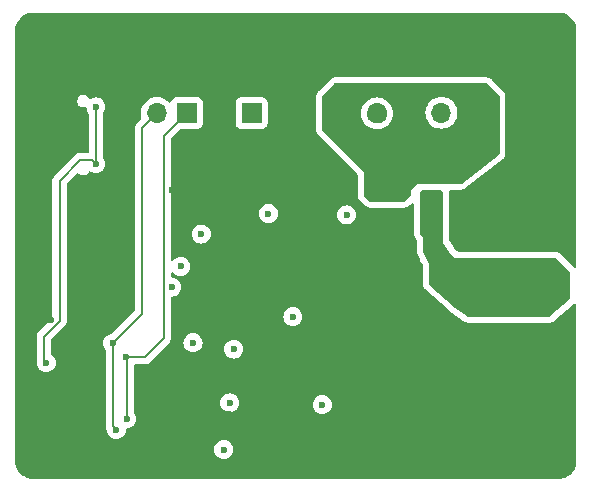
<source format=gbr>
%TF.GenerationSoftware,KiCad,Pcbnew,8.0.1*%
%TF.CreationDate,2024-06-13T11:44:25+10:00*%
%TF.ProjectId,CLD,434c442e-6b69-4636-9164-5f7063625858,rev?*%
%TF.SameCoordinates,Original*%
%TF.FileFunction,Copper,L4,Bot*%
%TF.FilePolarity,Positive*%
%FSLAX46Y46*%
G04 Gerber Fmt 4.6, Leading zero omitted, Abs format (unit mm)*
G04 Created by KiCad (PCBNEW 8.0.1) date 2024-06-13 11:44:25*
%MOMM*%
%LPD*%
G01*
G04 APERTURE LIST*
%TA.AperFunction,ComponentPad*%
%ADD10R,1.700000X1.700000*%
%TD*%
%TA.AperFunction,ComponentPad*%
%ADD11O,1.700000X1.700000*%
%TD*%
%TA.AperFunction,ComponentPad*%
%ADD12O,2.100000X1.000000*%
%TD*%
%TA.AperFunction,ComponentPad*%
%ADD13O,1.800000X1.000000*%
%TD*%
%TA.AperFunction,ViaPad*%
%ADD14C,0.600000*%
%TD*%
%TA.AperFunction,ViaPad*%
%ADD15C,4.500000*%
%TD*%
%TA.AperFunction,Conductor*%
%ADD16C,0.200000*%
%TD*%
G04 APERTURE END LIST*
D10*
%TO.P,J3,1,Pin_1*%
%TO.N,+5V*%
X91008333Y-51512500D03*
D11*
%TO.P,J3,2,Pin_2*%
%TO.N,GND*%
X93548333Y-51512500D03*
%TD*%
D12*
%TO.P,J6,S1,SHIELD*%
%TO.N,GND*%
X77250000Y-49070000D03*
D13*
X73070000Y-49070000D03*
D12*
X77250000Y-57710000D03*
D13*
X73070000Y-57710000D03*
%TD*%
D10*
%TO.P,J4,1,Pin_1*%
%TO.N,/Can_H*%
X85525000Y-51500000D03*
D11*
%TO.P,J4,2,Pin_2*%
%TO.N,/Can_L*%
X82985000Y-51500000D03*
%TD*%
D10*
%TO.P,J1,1,Pin_1*%
%TO.N,VDD*%
X109624999Y-51475000D03*
D11*
%TO.P,J1,2,Pin_2*%
%TO.N,Net-(J1-Pin_2)*%
X107084999Y-51475000D03*
%TD*%
D10*
%TO.P,J2,1,Pin_1*%
%TO.N,VDD*%
X99091666Y-51537500D03*
D11*
%TO.P,J2,2,Pin_2*%
%TO.N,GND*%
X101631666Y-51537500D03*
%TD*%
D14*
%TO.N,GND*%
X72000000Y-53750000D03*
X75250000Y-53500000D03*
X72000000Y-50750000D03*
X73750000Y-52000000D03*
X72000000Y-71250000D03*
X72250000Y-62500000D03*
X72250000Y-66250000D03*
X103000000Y-81000000D03*
%TO.N,+3.3V*%
X89150000Y-76050000D03*
X88650000Y-80000000D03*
X97000000Y-76200000D03*
%TO.N,GND*%
X104250000Y-60000000D03*
X85875000Y-77000000D03*
X101250000Y-73500000D03*
X106500000Y-73000000D03*
D15*
X116250000Y-45500000D03*
D14*
X115500000Y-60000000D03*
X85250000Y-74500000D03*
X88125000Y-77000000D03*
X95000000Y-58250000D03*
X117000000Y-62500000D03*
X117000000Y-58000000D03*
X103000000Y-74500000D03*
X80250000Y-65500000D03*
X93093324Y-72530330D03*
X98000000Y-73750000D03*
X74000000Y-69000000D03*
X104250000Y-61500000D03*
D15*
X73250000Y-45500000D03*
D14*
X106500000Y-68750000D03*
X82922785Y-79828966D03*
X96000000Y-48500000D03*
X117250000Y-48500000D03*
X102750000Y-60000000D03*
X106500000Y-71500000D03*
X107575000Y-76000000D03*
X89000000Y-67500000D03*
X87500000Y-66000000D03*
X102500000Y-63500000D03*
X118000000Y-68750000D03*
X80000000Y-48500000D03*
X91250000Y-71750000D03*
X83750000Y-78000000D03*
X96500000Y-56250000D03*
X97406676Y-71469670D03*
X77000000Y-69500000D03*
X89500000Y-57500000D03*
X101500000Y-62500000D03*
X89125000Y-77000000D03*
X88000000Y-48500000D03*
X74500000Y-49000000D03*
X90750000Y-57500000D03*
X86875000Y-77000000D03*
X92000000Y-67000000D03*
X91500000Y-81750000D03*
X110500000Y-81000000D03*
X87125000Y-80000000D03*
X106500000Y-70250000D03*
X92000000Y-65000000D03*
X96750000Y-80750000D03*
X93000000Y-66000000D03*
X103500000Y-63500000D03*
X110500000Y-45000000D03*
X76000000Y-58000000D03*
X118000000Y-74750000D03*
X88625000Y-74000000D03*
X82250000Y-74000000D03*
X110750000Y-75750000D03*
D15*
X116250000Y-80000000D03*
D14*
X76500000Y-44000000D03*
X78500000Y-49000000D03*
X80250000Y-64250000D03*
X100500000Y-61500000D03*
X88125000Y-75000000D03*
X95750000Y-57500000D03*
X104500000Y-73750000D03*
X92201992Y-74951992D03*
X80000000Y-58000000D03*
X89500000Y-65000000D03*
X85000000Y-72000000D03*
X76250000Y-64250000D03*
X84250000Y-58000000D03*
X82000000Y-45000000D03*
X74250000Y-76250000D03*
X104500000Y-72500000D03*
X76500000Y-82000000D03*
X78250000Y-74750000D03*
X108750000Y-75750000D03*
X103500000Y-60750000D03*
D15*
X73250000Y-80000000D03*
D14*
X77000000Y-74000000D03*
X99000000Y-56250000D03*
%TO.N,+3.3V*%
X92438128Y-60021313D03*
X86048008Y-70951992D03*
X94500000Y-68750000D03*
X84250000Y-66250000D03*
X99050001Y-60137500D03*
X85000000Y-64500000D03*
X86750000Y-61750000D03*
X89500000Y-71500000D03*
%TO.N,VDD*%
X100949999Y-57862500D03*
%TO.N,+5V*%
X73624011Y-72646169D03*
X77825000Y-50990000D03*
X77825000Y-55790000D03*
%TO.N,/Can_L*%
X79551076Y-78301076D03*
X79250000Y-71000000D03*
%TO.N,/Can_H*%
X80449102Y-77403050D03*
X80333363Y-72185337D03*
%TO.N,Net-(L1-Pad1)*%
X106000000Y-58750000D03*
X111750000Y-66750000D03*
X109750000Y-65500000D03*
X106000000Y-61250000D03*
X115750000Y-66750000D03*
X113750000Y-66750000D03*
X109750000Y-66750000D03*
X113750000Y-65500000D03*
X115750000Y-65500000D03*
X106000000Y-60000000D03*
X111750000Y-65500000D03*
%TD*%
D16*
%TO.N,+5V*%
X73624011Y-72646169D02*
X73400000Y-72422158D01*
X73400000Y-70448529D02*
X74750000Y-69098529D01*
X73400000Y-72422158D02*
X73400000Y-70448529D01*
X77525001Y-55490001D02*
X77825000Y-55790000D01*
X74750000Y-69098529D02*
X74750000Y-57250000D01*
X77825000Y-50990000D02*
X77825000Y-55790000D01*
X76509999Y-55490001D02*
X77525001Y-55490001D01*
X74750000Y-57250000D02*
X76509999Y-55490001D01*
%TO.N,/Can_L*%
X79551076Y-78301076D02*
X79250000Y-78000000D01*
X79250000Y-71000000D02*
X81750000Y-68500000D01*
X81750000Y-68500000D02*
X81750000Y-52735000D01*
X79250000Y-78000000D02*
X79250000Y-71000000D01*
X81750000Y-52735000D02*
X82985000Y-51500000D01*
X82416637Y-52068363D02*
X82985000Y-51500000D01*
%TO.N,/Can_H*%
X80398026Y-72250000D02*
X80500000Y-72250000D01*
X80449102Y-77403050D02*
X80449102Y-72301076D01*
X83583363Y-70583363D02*
X83583363Y-53441637D01*
X81981389Y-72185337D02*
X83583363Y-70583363D01*
X80333363Y-72185337D02*
X81981389Y-72185337D01*
X80333363Y-72185337D02*
X80398026Y-72250000D01*
X80449102Y-72301076D02*
X80333363Y-72185337D01*
X83583363Y-53441637D02*
X85525000Y-51500000D01*
%TD*%
%TA.AperFunction,Conductor*%
%TO.N,GND*%
G36*
X117004418Y-43000816D02*
G01*
X117204561Y-43015130D01*
X117222063Y-43017647D01*
X117413797Y-43059355D01*
X117430755Y-43064334D01*
X117614609Y-43132909D01*
X117630701Y-43140259D01*
X117802904Y-43234288D01*
X117817784Y-43243849D01*
X117974867Y-43361441D01*
X117988237Y-43373027D01*
X118126972Y-43511762D01*
X118138558Y-43525132D01*
X118256146Y-43682210D01*
X118265711Y-43697095D01*
X118359740Y-43869298D01*
X118367090Y-43885390D01*
X118435662Y-44069236D01*
X118440646Y-44086212D01*
X118482351Y-44277931D01*
X118484869Y-44295442D01*
X118499184Y-44495580D01*
X118499500Y-44504427D01*
X118499500Y-64485253D01*
X118479815Y-64552292D01*
X118427011Y-64598047D01*
X118357853Y-64607991D01*
X118294297Y-64578966D01*
X118287819Y-64572934D01*
X117143776Y-63428892D01*
X117143761Y-63428877D01*
X117143737Y-63428855D01*
X117103519Y-63392728D01*
X117103507Y-63392718D01*
X117082856Y-63376076D01*
X117038974Y-63344433D01*
X116908100Y-63284663D01*
X116841055Y-63264976D01*
X116793582Y-63258150D01*
X116698638Y-63244500D01*
X116698636Y-63244500D01*
X108510747Y-63244500D01*
X108443708Y-63224815D01*
X108423066Y-63208181D01*
X108151520Y-62936636D01*
X108136027Y-62917738D01*
X107776326Y-62378186D01*
X107755518Y-62311487D01*
X107755500Y-62309403D01*
X107755500Y-58301359D01*
X107752602Y-58247311D01*
X107752602Y-58247310D01*
X107749770Y-58220977D01*
X107749767Y-58220950D01*
X107741114Y-58167554D01*
X107741114Y-58167552D01*
X107741112Y-58167547D01*
X107739554Y-58161659D01*
X107742239Y-58160948D01*
X107738094Y-58103169D01*
X107771565Y-58041839D01*
X107832880Y-58008340D01*
X107859266Y-58005500D01*
X108707848Y-58005500D01*
X108725875Y-58005119D01*
X108729157Y-58005050D01*
X108739622Y-58004608D01*
X108760959Y-58003254D01*
X108901138Y-57970830D01*
X108966277Y-57945557D01*
X109091639Y-57874956D01*
X112259813Y-55437898D01*
X112323827Y-55379251D01*
X112352538Y-55348005D01*
X112403589Y-55281842D01*
X112405564Y-55279282D01*
X112405564Y-55279281D01*
X112405567Y-55279278D01*
X112465338Y-55148401D01*
X112485023Y-55081362D01*
X112485024Y-55081358D01*
X112505500Y-54938942D01*
X112505500Y-50051362D01*
X112502603Y-49997322D01*
X112499769Y-49970964D01*
X112491114Y-49917552D01*
X112440832Y-49782743D01*
X112407347Y-49721420D01*
X112321123Y-49606239D01*
X112321118Y-49606234D01*
X112321113Y-49606228D01*
X111393776Y-48678892D01*
X111393770Y-48678886D01*
X111393761Y-48678877D01*
X111393737Y-48678855D01*
X111353519Y-48642728D01*
X111353507Y-48642718D01*
X111332856Y-48626076D01*
X111288974Y-48594433D01*
X111158100Y-48534663D01*
X111091055Y-48514976D01*
X111043582Y-48508150D01*
X110948638Y-48494500D01*
X98051362Y-48494500D01*
X98051360Y-48494500D01*
X97997311Y-48497397D01*
X97997310Y-48497397D01*
X97970977Y-48500229D01*
X97970950Y-48500232D01*
X97917554Y-48508885D01*
X97917552Y-48508885D01*
X97782747Y-48559166D01*
X97721422Y-48592651D01*
X97606240Y-48678876D01*
X97606228Y-48678886D01*
X96678892Y-49606223D01*
X96678855Y-49606262D01*
X96642728Y-49646480D01*
X96642718Y-49646492D01*
X96626076Y-49667143D01*
X96594433Y-49711025D01*
X96534663Y-49841899D01*
X96514976Y-49908944D01*
X96513738Y-49917554D01*
X96494501Y-50051359D01*
X96494500Y-50051363D01*
X96494500Y-52948640D01*
X96497397Y-53002688D01*
X96497397Y-53002689D01*
X96500229Y-53029022D01*
X96500232Y-53029049D01*
X96508885Y-53082445D01*
X96508885Y-53082447D01*
X96516819Y-53103717D01*
X96559168Y-53217257D01*
X96592653Y-53278580D01*
X96678877Y-53393761D01*
X96678881Y-53393765D01*
X96678886Y-53393771D01*
X99958181Y-56673065D01*
X99991666Y-56734388D01*
X99994500Y-56760746D01*
X99994500Y-58448640D01*
X99997397Y-58502688D01*
X99997397Y-58502689D01*
X100000229Y-58529022D01*
X100000232Y-58529049D01*
X100008885Y-58582445D01*
X100008885Y-58582447D01*
X100059166Y-58717252D01*
X100059168Y-58717257D01*
X100092653Y-58778580D01*
X100178877Y-58893761D01*
X100178881Y-58893765D01*
X100178886Y-58893771D01*
X100433696Y-59148580D01*
X100606239Y-59321123D01*
X100606255Y-59321137D01*
X100606262Y-59321144D01*
X100646480Y-59357271D01*
X100646492Y-59357281D01*
X100646500Y-59357288D01*
X100667142Y-59373922D01*
X100711026Y-59405567D01*
X100841903Y-59465338D01*
X100908942Y-59485023D01*
X100908946Y-59485024D01*
X101051362Y-59505500D01*
X101051365Y-59505500D01*
X103948640Y-59505500D01*
X103958786Y-59504955D01*
X104002678Y-59502603D01*
X104002686Y-59502602D01*
X104002688Y-59502602D01*
X104002689Y-59502602D01*
X104009682Y-59501849D01*
X104029036Y-59499769D01*
X104029046Y-59499767D01*
X104029049Y-59499767D01*
X104038648Y-59498211D01*
X104082448Y-59491114D01*
X104217257Y-59440832D01*
X104278580Y-59407347D01*
X104393761Y-59321123D01*
X104532820Y-59182063D01*
X104594141Y-59148580D01*
X104663833Y-59153564D01*
X104719767Y-59195435D01*
X104744184Y-59260900D01*
X104744500Y-59269746D01*
X104744500Y-61698640D01*
X104747397Y-61752688D01*
X104747397Y-61752689D01*
X104750229Y-61779022D01*
X104750232Y-61779049D01*
X104758885Y-61832445D01*
X104758885Y-61832447D01*
X104809166Y-61967252D01*
X104809168Y-61967257D01*
X104842653Y-62028580D01*
X104928877Y-62143761D01*
X104958181Y-62173065D01*
X104991666Y-62234386D01*
X104994500Y-62260746D01*
X104994500Y-63220728D01*
X105008023Y-63336871D01*
X105017279Y-63376076D01*
X105021114Y-63392322D01*
X105060958Y-63502247D01*
X105060963Y-63502257D01*
X105167150Y-63714630D01*
X105244927Y-63870184D01*
X105308704Y-63997738D01*
X105385073Y-64150476D01*
X105481409Y-64343149D01*
X105494500Y-64398603D01*
X105494500Y-65944325D01*
X105494499Y-65944325D01*
X105499200Y-66013091D01*
X105503793Y-66046533D01*
X105503795Y-66046541D01*
X105508821Y-66070745D01*
X105517805Y-66114014D01*
X105575915Y-66245637D01*
X105612943Y-66304888D01*
X105612944Y-66304889D01*
X105612957Y-66304904D01*
X105614856Y-66307292D01*
X105616297Y-66308859D01*
X105670111Y-66372574D01*
X105705779Y-66414805D01*
X105705781Y-66414807D01*
X105705783Y-66414809D01*
X107714012Y-68199902D01*
X107910309Y-68374388D01*
X107926321Y-68388036D01*
X107934290Y-68394547D01*
X107941863Y-68400476D01*
X107950827Y-68407495D01*
X108913633Y-69129600D01*
X108928476Y-69140318D01*
X108935837Y-69145433D01*
X108950997Y-69155567D01*
X109081874Y-69215338D01*
X109148913Y-69235023D01*
X109148917Y-69235024D01*
X109291333Y-69255500D01*
X109291336Y-69255500D01*
X116204125Y-69255500D01*
X116204129Y-69255500D01*
X116238834Y-69254307D01*
X116255821Y-69253138D01*
X116282229Y-69250406D01*
X116290359Y-69249566D01*
X116290360Y-69249565D01*
X116290366Y-69249565D01*
X116428634Y-69209772D01*
X116492345Y-69181089D01*
X116492346Y-69181088D01*
X116492347Y-69181087D01*
X116492592Y-69180977D01*
X116494288Y-69179854D01*
X116613802Y-69103952D01*
X118285673Y-67670920D01*
X118288163Y-67668450D01*
X118349617Y-67635205D01*
X118419288Y-67640463D01*
X118475057Y-67682553D01*
X118499218Y-67748113D01*
X118499500Y-67756474D01*
X118499500Y-80995572D01*
X118499184Y-81004419D01*
X118484869Y-81204557D01*
X118482351Y-81222068D01*
X118440646Y-81413787D01*
X118435662Y-81430763D01*
X118367090Y-81614609D01*
X118359740Y-81630701D01*
X118265711Y-81802904D01*
X118256146Y-81817789D01*
X118138558Y-81974867D01*
X118126972Y-81988237D01*
X117988237Y-82126972D01*
X117974867Y-82138558D01*
X117817789Y-82256146D01*
X117802904Y-82265711D01*
X117630701Y-82359740D01*
X117614609Y-82367090D01*
X117430763Y-82435662D01*
X117413787Y-82440646D01*
X117222068Y-82482351D01*
X117204557Y-82484869D01*
X117023779Y-82497799D01*
X117004417Y-82499184D01*
X116995572Y-82499500D01*
X72504428Y-82499500D01*
X72495582Y-82499184D01*
X72473622Y-82497613D01*
X72295442Y-82484869D01*
X72277931Y-82482351D01*
X72086212Y-82440646D01*
X72069236Y-82435662D01*
X71885390Y-82367090D01*
X71869298Y-82359740D01*
X71697095Y-82265711D01*
X71682210Y-82256146D01*
X71525132Y-82138558D01*
X71511762Y-82126972D01*
X71373027Y-81988237D01*
X71361441Y-81974867D01*
X71243849Y-81817784D01*
X71234288Y-81802904D01*
X71140259Y-81630701D01*
X71132909Y-81614609D01*
X71072091Y-81451551D01*
X71064334Y-81430755D01*
X71059355Y-81413797D01*
X71017647Y-81222063D01*
X71015130Y-81204556D01*
X71000816Y-81004418D01*
X71000500Y-80995572D01*
X71000500Y-80000003D01*
X87844435Y-80000003D01*
X87864630Y-80179249D01*
X87864631Y-80179254D01*
X87924211Y-80349523D01*
X88020184Y-80502262D01*
X88147738Y-80629816D01*
X88300478Y-80725789D01*
X88470745Y-80785368D01*
X88470750Y-80785369D01*
X88649996Y-80805565D01*
X88650000Y-80805565D01*
X88650004Y-80805565D01*
X88829249Y-80785369D01*
X88829252Y-80785368D01*
X88829255Y-80785368D01*
X88999522Y-80725789D01*
X89152262Y-80629816D01*
X89279816Y-80502262D01*
X89375789Y-80349522D01*
X89435368Y-80179255D01*
X89455565Y-80000000D01*
X89435368Y-79820745D01*
X89375789Y-79650478D01*
X89279816Y-79497738D01*
X89152262Y-79370184D01*
X88999523Y-79274211D01*
X88829254Y-79214631D01*
X88829249Y-79214630D01*
X88650004Y-79194435D01*
X88649996Y-79194435D01*
X88470750Y-79214630D01*
X88470745Y-79214631D01*
X88300476Y-79274211D01*
X88147737Y-79370184D01*
X88020184Y-79497737D01*
X87924211Y-79650476D01*
X87864631Y-79820745D01*
X87864630Y-79820750D01*
X87844435Y-79999996D01*
X87844435Y-80000003D01*
X71000500Y-80000003D01*
X71000500Y-72501219D01*
X72799499Y-72501219D01*
X72818261Y-72571242D01*
X72821707Y-72617210D01*
X72818446Y-72646166D01*
X72818446Y-72646172D01*
X72838641Y-72825418D01*
X72838642Y-72825423D01*
X72898222Y-72995692D01*
X72994195Y-73148431D01*
X73121749Y-73275985D01*
X73274489Y-73371958D01*
X73444756Y-73431537D01*
X73444761Y-73431538D01*
X73624007Y-73451734D01*
X73624011Y-73451734D01*
X73624015Y-73451734D01*
X73803260Y-73431538D01*
X73803263Y-73431537D01*
X73803266Y-73431537D01*
X73973533Y-73371958D01*
X74126273Y-73275985D01*
X74253827Y-73148431D01*
X74349800Y-72995691D01*
X74409379Y-72825424D01*
X74412577Y-72797043D01*
X74429576Y-72646172D01*
X74429576Y-72646165D01*
X74409380Y-72466919D01*
X74409379Y-72466914D01*
X74366055Y-72343101D01*
X74349800Y-72296647D01*
X74253827Y-72143907D01*
X74126273Y-72016353D01*
X74126271Y-72016351D01*
X74126269Y-72016350D01*
X74058527Y-71973784D01*
X74012237Y-71921450D01*
X74000500Y-71868791D01*
X74000500Y-71000003D01*
X78444435Y-71000003D01*
X78464630Y-71179249D01*
X78464631Y-71179254D01*
X78524211Y-71349523D01*
X78555908Y-71399968D01*
X78618760Y-71499996D01*
X78620185Y-71502263D01*
X78622445Y-71505097D01*
X78623334Y-71507275D01*
X78623889Y-71508158D01*
X78623734Y-71508255D01*
X78648855Y-71569783D01*
X78649500Y-71582412D01*
X78649500Y-77913330D01*
X78649499Y-77913348D01*
X78649499Y-78079054D01*
X78649498Y-78079054D01*
X78690423Y-78231785D01*
X78719358Y-78281900D01*
X78719359Y-78281904D01*
X78719360Y-78281904D01*
X78736232Y-78311128D01*
X78752064Y-78359243D01*
X78765706Y-78480323D01*
X78765707Y-78480328D01*
X78825286Y-78650597D01*
X78921260Y-78803338D01*
X79048814Y-78930892D01*
X79201554Y-79026865D01*
X79371821Y-79086444D01*
X79371826Y-79086445D01*
X79551072Y-79106641D01*
X79551076Y-79106641D01*
X79551080Y-79106641D01*
X79730325Y-79086445D01*
X79730328Y-79086444D01*
X79730331Y-79086444D01*
X79900598Y-79026865D01*
X80053338Y-78930892D01*
X80180892Y-78803338D01*
X80276865Y-78650598D01*
X80336444Y-78480331D01*
X80354932Y-78316242D01*
X80381998Y-78251829D01*
X80439593Y-78212274D01*
X80464267Y-78206906D01*
X80504551Y-78202367D01*
X80628351Y-78188419D01*
X80628354Y-78188418D01*
X80628357Y-78188418D01*
X80798624Y-78128839D01*
X80951364Y-78032866D01*
X81078918Y-77905312D01*
X81174891Y-77752572D01*
X81234470Y-77582305D01*
X81254667Y-77403050D01*
X81234470Y-77223795D01*
X81174891Y-77053528D01*
X81078918Y-76900788D01*
X81078916Y-76900786D01*
X81078915Y-76900784D01*
X81076652Y-76897946D01*
X81075761Y-76895765D01*
X81075213Y-76894892D01*
X81075366Y-76894795D01*
X81050246Y-76833259D01*
X81049602Y-76820637D01*
X81049602Y-76050003D01*
X88344435Y-76050003D01*
X88364630Y-76229249D01*
X88364631Y-76229254D01*
X88424211Y-76399523D01*
X88518462Y-76549522D01*
X88520184Y-76552262D01*
X88647738Y-76679816D01*
X88800478Y-76775789D01*
X88954878Y-76829816D01*
X88970745Y-76835368D01*
X88970750Y-76835369D01*
X89149996Y-76855565D01*
X89150000Y-76855565D01*
X89150004Y-76855565D01*
X89329249Y-76835369D01*
X89329252Y-76835368D01*
X89329255Y-76835368D01*
X89499522Y-76775789D01*
X89652262Y-76679816D01*
X89779816Y-76552262D01*
X89875789Y-76399522D01*
X89935368Y-76229255D01*
X89938664Y-76200003D01*
X96194435Y-76200003D01*
X96214630Y-76379249D01*
X96214631Y-76379254D01*
X96274211Y-76549523D01*
X96356080Y-76679815D01*
X96370184Y-76702262D01*
X96497738Y-76829816D01*
X96650478Y-76925789D01*
X96820745Y-76985368D01*
X96820750Y-76985369D01*
X96999996Y-77005565D01*
X97000000Y-77005565D01*
X97000004Y-77005565D01*
X97179249Y-76985369D01*
X97179252Y-76985368D01*
X97179255Y-76985368D01*
X97349522Y-76925789D01*
X97502262Y-76829816D01*
X97629816Y-76702262D01*
X97725789Y-76549522D01*
X97785368Y-76379255D01*
X97802269Y-76229254D01*
X97805565Y-76200003D01*
X97805565Y-76199996D01*
X97785369Y-76020750D01*
X97785368Y-76020745D01*
X97732882Y-75870750D01*
X97725789Y-75850478D01*
X97629816Y-75697738D01*
X97502262Y-75570184D01*
X97349523Y-75474211D01*
X97179254Y-75414631D01*
X97179249Y-75414630D01*
X97000004Y-75394435D01*
X96999996Y-75394435D01*
X96820750Y-75414630D01*
X96820745Y-75414631D01*
X96650476Y-75474211D01*
X96497737Y-75570184D01*
X96370184Y-75697737D01*
X96274211Y-75850476D01*
X96214631Y-76020745D01*
X96214630Y-76020750D01*
X96194435Y-76199996D01*
X96194435Y-76200003D01*
X89938664Y-76200003D01*
X89955565Y-76050003D01*
X89955565Y-76049996D01*
X89935369Y-75870750D01*
X89935368Y-75870745D01*
X89875788Y-75700476D01*
X89836582Y-75638080D01*
X89779816Y-75547738D01*
X89652262Y-75420184D01*
X89643426Y-75414632D01*
X89499523Y-75324211D01*
X89329254Y-75264631D01*
X89329249Y-75264630D01*
X89150004Y-75244435D01*
X89149996Y-75244435D01*
X88970750Y-75264630D01*
X88970745Y-75264631D01*
X88800476Y-75324211D01*
X88647737Y-75420184D01*
X88520184Y-75547737D01*
X88424211Y-75700476D01*
X88364631Y-75870745D01*
X88364630Y-75870750D01*
X88344435Y-76049996D01*
X88344435Y-76050003D01*
X81049602Y-76050003D01*
X81049602Y-72909837D01*
X81069287Y-72842798D01*
X81122091Y-72797043D01*
X81173602Y-72785837D01*
X81894720Y-72785837D01*
X81894736Y-72785838D01*
X81902332Y-72785838D01*
X82060443Y-72785838D01*
X82060446Y-72785838D01*
X82213174Y-72744914D01*
X82263293Y-72715976D01*
X82350105Y-72665857D01*
X82461909Y-72554053D01*
X82461909Y-72554051D01*
X82472117Y-72543844D01*
X82472119Y-72543841D01*
X83941869Y-71074091D01*
X83941874Y-71074087D01*
X83952077Y-71063883D01*
X83952079Y-71063883D01*
X84063883Y-70952079D01*
X84063931Y-70951995D01*
X85242443Y-70951995D01*
X85262638Y-71131241D01*
X85262639Y-71131246D01*
X85322219Y-71301515D01*
X85371392Y-71379772D01*
X85418192Y-71454254D01*
X85545746Y-71581808D01*
X85698486Y-71677781D01*
X85868753Y-71737360D01*
X85868758Y-71737361D01*
X86048004Y-71757557D01*
X86048008Y-71757557D01*
X86048012Y-71757557D01*
X86227257Y-71737361D01*
X86227260Y-71737360D01*
X86227263Y-71737360D01*
X86397530Y-71677781D01*
X86550270Y-71581808D01*
X86632075Y-71500003D01*
X88694435Y-71500003D01*
X88714630Y-71679249D01*
X88714631Y-71679254D01*
X88774211Y-71849523D01*
X88852290Y-71973784D01*
X88870184Y-72002262D01*
X88997738Y-72129816D01*
X89150478Y-72225789D01*
X89320745Y-72285368D01*
X89320750Y-72285369D01*
X89499996Y-72305565D01*
X89500000Y-72305565D01*
X89500004Y-72305565D01*
X89679249Y-72285369D01*
X89679252Y-72285368D01*
X89679255Y-72285368D01*
X89849522Y-72225789D01*
X90002262Y-72129816D01*
X90129816Y-72002262D01*
X90225789Y-71849522D01*
X90285368Y-71679255D01*
X90285534Y-71677781D01*
X90305565Y-71500003D01*
X90305565Y-71499996D01*
X90285369Y-71320750D01*
X90285368Y-71320745D01*
X90235859Y-71179256D01*
X90225789Y-71150478D01*
X90213705Y-71131247D01*
X90131237Y-71000000D01*
X90129816Y-70997738D01*
X90002262Y-70870184D01*
X89849523Y-70774211D01*
X89679254Y-70714631D01*
X89679249Y-70714630D01*
X89500004Y-70694435D01*
X89499996Y-70694435D01*
X89320750Y-70714630D01*
X89320745Y-70714631D01*
X89150476Y-70774211D01*
X88997737Y-70870184D01*
X88870184Y-70997737D01*
X88774211Y-71150476D01*
X88714631Y-71320745D01*
X88714630Y-71320750D01*
X88694435Y-71499996D01*
X88694435Y-71500003D01*
X86632075Y-71500003D01*
X86677824Y-71454254D01*
X86773797Y-71301514D01*
X86833376Y-71131247D01*
X86837761Y-71092333D01*
X86853573Y-70951995D01*
X86853573Y-70951988D01*
X86833377Y-70772742D01*
X86833376Y-70772737D01*
X86773796Y-70602468D01*
X86677823Y-70449729D01*
X86550270Y-70322176D01*
X86397531Y-70226203D01*
X86227262Y-70166623D01*
X86227257Y-70166622D01*
X86048012Y-70146427D01*
X86048004Y-70146427D01*
X85868758Y-70166622D01*
X85868753Y-70166623D01*
X85698484Y-70226203D01*
X85545745Y-70322176D01*
X85418192Y-70449729D01*
X85322219Y-70602468D01*
X85262639Y-70772737D01*
X85262638Y-70772742D01*
X85242443Y-70951988D01*
X85242443Y-70951995D01*
X84063931Y-70951995D01*
X84142940Y-70815147D01*
X84183863Y-70662420D01*
X84183863Y-68750003D01*
X93694435Y-68750003D01*
X93714630Y-68929249D01*
X93714631Y-68929254D01*
X93774211Y-69099523D01*
X93825462Y-69181088D01*
X93870184Y-69252262D01*
X93997738Y-69379816D01*
X94088080Y-69436582D01*
X94136878Y-69467244D01*
X94150478Y-69475789D01*
X94320745Y-69535368D01*
X94320750Y-69535369D01*
X94499996Y-69555565D01*
X94500000Y-69555565D01*
X94500004Y-69555565D01*
X94679249Y-69535369D01*
X94679252Y-69535368D01*
X94679255Y-69535368D01*
X94849522Y-69475789D01*
X95002262Y-69379816D01*
X95129816Y-69252262D01*
X95225789Y-69099522D01*
X95285368Y-68929255D01*
X95292189Y-68868716D01*
X95305565Y-68750003D01*
X95305565Y-68749996D01*
X95285369Y-68570750D01*
X95285368Y-68570745D01*
X95232950Y-68420943D01*
X95225789Y-68400478D01*
X95222062Y-68394547D01*
X95129815Y-68247737D01*
X95002262Y-68120184D01*
X94849523Y-68024211D01*
X94679254Y-67964631D01*
X94679249Y-67964630D01*
X94500004Y-67944435D01*
X94499996Y-67944435D01*
X94320750Y-67964630D01*
X94320745Y-67964631D01*
X94150476Y-68024211D01*
X93997737Y-68120184D01*
X93870184Y-68247737D01*
X93774211Y-68400476D01*
X93714631Y-68570745D01*
X93714630Y-68570750D01*
X93694435Y-68749996D01*
X93694435Y-68750003D01*
X84183863Y-68750003D01*
X84183863Y-67173830D01*
X84203548Y-67106791D01*
X84256352Y-67061036D01*
X84293980Y-67050610D01*
X84429249Y-67035369D01*
X84429252Y-67035368D01*
X84429255Y-67035368D01*
X84599522Y-66975789D01*
X84752262Y-66879816D01*
X84879816Y-66752262D01*
X84975789Y-66599522D01*
X85035368Y-66429255D01*
X85049381Y-66304888D01*
X85055565Y-66250003D01*
X85055565Y-66249996D01*
X85035369Y-66070750D01*
X85035368Y-66070745D01*
X84975788Y-65900476D01*
X84879815Y-65747737D01*
X84752262Y-65620184D01*
X84599523Y-65524211D01*
X84429254Y-65464631D01*
X84429250Y-65464630D01*
X84293979Y-65449389D01*
X84229565Y-65422322D01*
X84190010Y-65364727D01*
X84183863Y-65326169D01*
X84183863Y-65115303D01*
X84203548Y-65048264D01*
X84256352Y-65002509D01*
X84325510Y-64992565D01*
X84389066Y-65021590D01*
X84395544Y-65027622D01*
X84497738Y-65129816D01*
X84650478Y-65225789D01*
X84820745Y-65285368D01*
X84820750Y-65285369D01*
X84999996Y-65305565D01*
X85000000Y-65305565D01*
X85000004Y-65305565D01*
X85179249Y-65285369D01*
X85179252Y-65285368D01*
X85179255Y-65285368D01*
X85349522Y-65225789D01*
X85502262Y-65129816D01*
X85629816Y-65002262D01*
X85725789Y-64849522D01*
X85785368Y-64679255D01*
X85785369Y-64679249D01*
X85805565Y-64500003D01*
X85805565Y-64499996D01*
X85785369Y-64320750D01*
X85785368Y-64320745D01*
X85725788Y-64150476D01*
X85634921Y-64005863D01*
X85629816Y-63997738D01*
X85502262Y-63870184D01*
X85349523Y-63774211D01*
X85179254Y-63714631D01*
X85179249Y-63714630D01*
X85000004Y-63694435D01*
X84999996Y-63694435D01*
X84820750Y-63714630D01*
X84820745Y-63714631D01*
X84650476Y-63774211D01*
X84497737Y-63870184D01*
X84395544Y-63972378D01*
X84334221Y-64005863D01*
X84264529Y-64000879D01*
X84208596Y-63959007D01*
X84184179Y-63893543D01*
X84183863Y-63884697D01*
X84183863Y-61750003D01*
X85944435Y-61750003D01*
X85964630Y-61929249D01*
X85964631Y-61929254D01*
X86024211Y-62099523D01*
X86052007Y-62143759D01*
X86120184Y-62252262D01*
X86247738Y-62379816D01*
X86400478Y-62475789D01*
X86570745Y-62535368D01*
X86570750Y-62535369D01*
X86749996Y-62555565D01*
X86750000Y-62555565D01*
X86750004Y-62555565D01*
X86929249Y-62535369D01*
X86929252Y-62535368D01*
X86929255Y-62535368D01*
X87099522Y-62475789D01*
X87252262Y-62379816D01*
X87379816Y-62252262D01*
X87475789Y-62099522D01*
X87535368Y-61929255D01*
X87535369Y-61929249D01*
X87555565Y-61750003D01*
X87555565Y-61749996D01*
X87535369Y-61570750D01*
X87535368Y-61570745D01*
X87475788Y-61400476D01*
X87379815Y-61247737D01*
X87252262Y-61120184D01*
X87099523Y-61024211D01*
X86929254Y-60964631D01*
X86929249Y-60964630D01*
X86750004Y-60944435D01*
X86749996Y-60944435D01*
X86570750Y-60964630D01*
X86570745Y-60964631D01*
X86400476Y-61024211D01*
X86247737Y-61120184D01*
X86120184Y-61247737D01*
X86024211Y-61400476D01*
X85964631Y-61570745D01*
X85964630Y-61570750D01*
X85944435Y-61749996D01*
X85944435Y-61750003D01*
X84183863Y-61750003D01*
X84183863Y-60021316D01*
X91632563Y-60021316D01*
X91652758Y-60200562D01*
X91652759Y-60200567D01*
X91712339Y-60370836D01*
X91785344Y-60487022D01*
X91808312Y-60523575D01*
X91935866Y-60651129D01*
X92088606Y-60747102D01*
X92258873Y-60806681D01*
X92258878Y-60806682D01*
X92438124Y-60826878D01*
X92438128Y-60826878D01*
X92438132Y-60826878D01*
X92617377Y-60806682D01*
X92617380Y-60806681D01*
X92617383Y-60806681D01*
X92787650Y-60747102D01*
X92940390Y-60651129D01*
X93067944Y-60523575D01*
X93163917Y-60370835D01*
X93223496Y-60200568D01*
X93230602Y-60137503D01*
X98244436Y-60137503D01*
X98264631Y-60316749D01*
X98264632Y-60316754D01*
X98324212Y-60487023D01*
X98420185Y-60639762D01*
X98547739Y-60767316D01*
X98700479Y-60863289D01*
X98870746Y-60922868D01*
X98870751Y-60922869D01*
X99049997Y-60943065D01*
X99050001Y-60943065D01*
X99050005Y-60943065D01*
X99229250Y-60922869D01*
X99229253Y-60922868D01*
X99229256Y-60922868D01*
X99399523Y-60863289D01*
X99552263Y-60767316D01*
X99679817Y-60639762D01*
X99775790Y-60487022D01*
X99835369Y-60316755D01*
X99855566Y-60137500D01*
X99842475Y-60021316D01*
X99835370Y-59958250D01*
X99835369Y-59958245D01*
X99775789Y-59787976D01*
X99702785Y-59671791D01*
X99679817Y-59635238D01*
X99552263Y-59507684D01*
X99484867Y-59465336D01*
X99399524Y-59411711D01*
X99229255Y-59352131D01*
X99229250Y-59352130D01*
X99050005Y-59331935D01*
X99049997Y-59331935D01*
X98870751Y-59352130D01*
X98870746Y-59352131D01*
X98700477Y-59411711D01*
X98547738Y-59507684D01*
X98420185Y-59635237D01*
X98324212Y-59787976D01*
X98264632Y-59958245D01*
X98264631Y-59958250D01*
X98244436Y-60137496D01*
X98244436Y-60137503D01*
X93230602Y-60137503D01*
X93230602Y-60137500D01*
X93243693Y-60021316D01*
X93243693Y-60021309D01*
X93223497Y-59842063D01*
X93223496Y-59842058D01*
X93163917Y-59671791D01*
X93067944Y-59519051D01*
X92940390Y-59391497D01*
X92877741Y-59352132D01*
X92787651Y-59295524D01*
X92617382Y-59235944D01*
X92617377Y-59235943D01*
X92438132Y-59215748D01*
X92438124Y-59215748D01*
X92258878Y-59235943D01*
X92258873Y-59235944D01*
X92088604Y-59295524D01*
X91935865Y-59391497D01*
X91808312Y-59519050D01*
X91712339Y-59671789D01*
X91652759Y-59842058D01*
X91652758Y-59842063D01*
X91632563Y-60021309D01*
X91632563Y-60021316D01*
X84183863Y-60021316D01*
X84183863Y-53741733D01*
X84203548Y-53674694D01*
X84220178Y-53654056D01*
X84987416Y-52886817D01*
X85048739Y-52853333D01*
X85075097Y-52850499D01*
X86422871Y-52850499D01*
X86422872Y-52850499D01*
X86482483Y-52844091D01*
X86617331Y-52793796D01*
X86732546Y-52707546D01*
X86818796Y-52592331D01*
X86869091Y-52457483D01*
X86874156Y-52410370D01*
X89657833Y-52410370D01*
X89657834Y-52410376D01*
X89664241Y-52469983D01*
X89714535Y-52604828D01*
X89714539Y-52604835D01*
X89800785Y-52720044D01*
X89800788Y-52720047D01*
X89915997Y-52806293D01*
X89916004Y-52806297D01*
X90050850Y-52856591D01*
X90050849Y-52856591D01*
X90057777Y-52857335D01*
X90110460Y-52863000D01*
X91906205Y-52862999D01*
X91965816Y-52856591D01*
X92100664Y-52806296D01*
X92215879Y-52720046D01*
X92302129Y-52604831D01*
X92352424Y-52469983D01*
X92358833Y-52410373D01*
X92358832Y-50614628D01*
X92352424Y-50555017D01*
X92347761Y-50542516D01*
X92302130Y-50420171D01*
X92302126Y-50420164D01*
X92215880Y-50304955D01*
X92215877Y-50304952D01*
X92100668Y-50218706D01*
X92100661Y-50218702D01*
X91965815Y-50168408D01*
X91965816Y-50168408D01*
X91906216Y-50162001D01*
X91906214Y-50162000D01*
X91906206Y-50162000D01*
X91906197Y-50162000D01*
X90110462Y-50162000D01*
X90110456Y-50162001D01*
X90050849Y-50168408D01*
X89916004Y-50218702D01*
X89915997Y-50218706D01*
X89800788Y-50304952D01*
X89800785Y-50304955D01*
X89714539Y-50420164D01*
X89714535Y-50420171D01*
X89664241Y-50555017D01*
X89658913Y-50604581D01*
X89657834Y-50614623D01*
X89657833Y-50614635D01*
X89657833Y-52410370D01*
X86874156Y-52410370D01*
X86875500Y-52397873D01*
X86875499Y-50602128D01*
X86869091Y-50542517D01*
X86867810Y-50539083D01*
X86818797Y-50407671D01*
X86818793Y-50407664D01*
X86732547Y-50292455D01*
X86732544Y-50292452D01*
X86617335Y-50206206D01*
X86617328Y-50206202D01*
X86482482Y-50155908D01*
X86482483Y-50155908D01*
X86422883Y-50149501D01*
X86422881Y-50149500D01*
X86422873Y-50149500D01*
X86422864Y-50149500D01*
X84627129Y-50149500D01*
X84627123Y-50149501D01*
X84567516Y-50155908D01*
X84432671Y-50206202D01*
X84432664Y-50206206D01*
X84317455Y-50292452D01*
X84317452Y-50292455D01*
X84231206Y-50407664D01*
X84231203Y-50407669D01*
X84182189Y-50539083D01*
X84140317Y-50595016D01*
X84074853Y-50619433D01*
X84006580Y-50604581D01*
X83978326Y-50583430D01*
X83856402Y-50461506D01*
X83856395Y-50461501D01*
X83662834Y-50325967D01*
X83662830Y-50325965D01*
X83617772Y-50304954D01*
X83448663Y-50226097D01*
X83448659Y-50226096D01*
X83448655Y-50226094D01*
X83220413Y-50164938D01*
X83220403Y-50164936D01*
X82985001Y-50144341D01*
X82984999Y-50144341D01*
X82749596Y-50164936D01*
X82749586Y-50164938D01*
X82521344Y-50226094D01*
X82521335Y-50226098D01*
X82307171Y-50325964D01*
X82307169Y-50325965D01*
X82113597Y-50461505D01*
X81946505Y-50628597D01*
X81810965Y-50822169D01*
X81810964Y-50822171D01*
X81711098Y-51036335D01*
X81711094Y-51036344D01*
X81649938Y-51264586D01*
X81649936Y-51264596D01*
X81629341Y-51499999D01*
X81629341Y-51500000D01*
X81649936Y-51735403D01*
X81649938Y-51735413D01*
X81684327Y-51863756D01*
X81682664Y-51933606D01*
X81652233Y-51983530D01*
X81381286Y-52254478D01*
X81269481Y-52366282D01*
X81269479Y-52366284D01*
X81244024Y-52410376D01*
X81229592Y-52435373D01*
X81216827Y-52457482D01*
X81190423Y-52503214D01*
X81190423Y-52503215D01*
X81149499Y-52655943D01*
X81149499Y-52655945D01*
X81149499Y-52824046D01*
X81149500Y-52824059D01*
X81149500Y-68199902D01*
X81129815Y-68266941D01*
X81113181Y-68287583D01*
X79231465Y-70169298D01*
X79170142Y-70202783D01*
X79157668Y-70204837D01*
X79070750Y-70214630D01*
X78900478Y-70274210D01*
X78747737Y-70370184D01*
X78620184Y-70497737D01*
X78524211Y-70650476D01*
X78464631Y-70820745D01*
X78464630Y-70820750D01*
X78444435Y-70999996D01*
X78444435Y-71000003D01*
X74000500Y-71000003D01*
X74000500Y-70748625D01*
X74020185Y-70681586D01*
X74036814Y-70660948D01*
X75108506Y-69589256D01*
X75108511Y-69589253D01*
X75118714Y-69579049D01*
X75118716Y-69579049D01*
X75230520Y-69467245D01*
X75290881Y-69362696D01*
X75309577Y-69330314D01*
X75350500Y-69177587D01*
X75350500Y-69019472D01*
X75350500Y-57550096D01*
X75370185Y-57483057D01*
X75386815Y-57462419D01*
X76207495Y-56641738D01*
X76268816Y-56608255D01*
X76338507Y-56613239D01*
X76382855Y-56641740D01*
X76433537Y-56692422D01*
X76551063Y-56760276D01*
X76682146Y-56795400D01*
X76682149Y-56795400D01*
X76817851Y-56795400D01*
X76817854Y-56795400D01*
X76948937Y-56760276D01*
X77066463Y-56692422D01*
X77162422Y-56596463D01*
X77215574Y-56504400D01*
X77266140Y-56456187D01*
X77334747Y-56442963D01*
X77388933Y-56461409D01*
X77475475Y-56515788D01*
X77645745Y-56575368D01*
X77645750Y-56575369D01*
X77824996Y-56595565D01*
X77825000Y-56595565D01*
X77825004Y-56595565D01*
X78004249Y-56575369D01*
X78004252Y-56575368D01*
X78004255Y-56575368D01*
X78174522Y-56515789D01*
X78327262Y-56419816D01*
X78454816Y-56292262D01*
X78550789Y-56139522D01*
X78610368Y-55969255D01*
X78630565Y-55790000D01*
X78610368Y-55610745D01*
X78550789Y-55440478D01*
X78454816Y-55287738D01*
X78454814Y-55287736D01*
X78454813Y-55287734D01*
X78452550Y-55284896D01*
X78451659Y-55282715D01*
X78451111Y-55281842D01*
X78451264Y-55281745D01*
X78426144Y-55220209D01*
X78425500Y-55207587D01*
X78425500Y-51572412D01*
X78445185Y-51505373D01*
X78452555Y-51495097D01*
X78454810Y-51492267D01*
X78454816Y-51492262D01*
X78550789Y-51339522D01*
X78610368Y-51169255D01*
X78610368Y-51169252D01*
X78610369Y-51169249D01*
X78630565Y-50990003D01*
X78630565Y-50989996D01*
X78610369Y-50810750D01*
X78610368Y-50810745D01*
X78585762Y-50740426D01*
X78550789Y-50640478D01*
X78534546Y-50614628D01*
X78454815Y-50487737D01*
X78327262Y-50360184D01*
X78174523Y-50264211D01*
X78004254Y-50204631D01*
X78004249Y-50204630D01*
X77825004Y-50184435D01*
X77824996Y-50184435D01*
X77645750Y-50204630D01*
X77645745Y-50204631D01*
X77475476Y-50264211D01*
X77388932Y-50318591D01*
X77321695Y-50337591D01*
X77254860Y-50317223D01*
X77215573Y-50275597D01*
X77208999Y-50264211D01*
X77162422Y-50183537D01*
X77066463Y-50087578D01*
X76948937Y-50019724D01*
X76817854Y-49984600D01*
X76682146Y-49984600D01*
X76551063Y-50019724D01*
X76551061Y-50019724D01*
X76551061Y-50019725D01*
X76433537Y-50087578D01*
X76433534Y-50087580D01*
X76337580Y-50183534D01*
X76337578Y-50183537D01*
X76274696Y-50292452D01*
X76269724Y-50301063D01*
X76234600Y-50432146D01*
X76234600Y-50567854D01*
X76269724Y-50698937D01*
X76337578Y-50816463D01*
X76433537Y-50912422D01*
X76551063Y-50980276D01*
X76682146Y-51015400D01*
X76682149Y-51015400D01*
X76817852Y-51015400D01*
X76817854Y-51015400D01*
X76877125Y-50999518D01*
X76946971Y-51001179D01*
X77004834Y-51040341D01*
X77032340Y-51104569D01*
X77032437Y-51105407D01*
X77039631Y-51169251D01*
X77039631Y-51169254D01*
X77099211Y-51339523D01*
X77137849Y-51401014D01*
X77184336Y-51474998D01*
X77195185Y-51492263D01*
X77197445Y-51495097D01*
X77198334Y-51497275D01*
X77198889Y-51498158D01*
X77198734Y-51498255D01*
X77223855Y-51559783D01*
X77224500Y-51572412D01*
X77224500Y-54765501D01*
X77204815Y-54832540D01*
X77152011Y-54878295D01*
X77100500Y-54889501D01*
X76430939Y-54889501D01*
X76390018Y-54900465D01*
X76390018Y-54900466D01*
X76352750Y-54910452D01*
X76278213Y-54930424D01*
X76278208Y-54930427D01*
X76141289Y-55009476D01*
X76141281Y-55009482D01*
X74269481Y-56881282D01*
X74269479Y-56881285D01*
X74219361Y-56968094D01*
X74219359Y-56968096D01*
X74190425Y-57018209D01*
X74190424Y-57018210D01*
X74190423Y-57018215D01*
X74149499Y-57170943D01*
X74149499Y-57170945D01*
X74149499Y-57339046D01*
X74149500Y-57339059D01*
X74149500Y-68798431D01*
X74129815Y-68865470D01*
X74113181Y-68886112D01*
X72919481Y-70079811D01*
X72919477Y-70079816D01*
X72881021Y-70146426D01*
X72881021Y-70146427D01*
X72840423Y-70216743D01*
X72840423Y-70216744D01*
X72799499Y-70369472D01*
X72799499Y-70369474D01*
X72799499Y-70537575D01*
X72799500Y-70537588D01*
X72799500Y-72335488D01*
X72799499Y-72335506D01*
X72799499Y-72501219D01*
X71000500Y-72501219D01*
X71000500Y-44504427D01*
X71000816Y-44495581D01*
X71015130Y-44295443D01*
X71015131Y-44295442D01*
X71015130Y-44295436D01*
X71017646Y-44277938D01*
X71059356Y-44086199D01*
X71064333Y-44069248D01*
X71132911Y-43885385D01*
X71140259Y-43869298D01*
X71202815Y-43754734D01*
X71234291Y-43697089D01*
X71243845Y-43682221D01*
X71361448Y-43525123D01*
X71373020Y-43511769D01*
X71511769Y-43373020D01*
X71525123Y-43361448D01*
X71682221Y-43243845D01*
X71697089Y-43234291D01*
X71869298Y-43140258D01*
X71885385Y-43132911D01*
X72069248Y-43064333D01*
X72086199Y-43059356D01*
X72277938Y-43017646D01*
X72295436Y-43015130D01*
X72495582Y-43000816D01*
X72504428Y-43000500D01*
X72565892Y-43000500D01*
X116934108Y-43000500D01*
X116995572Y-43000500D01*
X117004418Y-43000816D01*
G37*
%TD.AperFunction*%
%TA.AperFunction,Conductor*%
G36*
X101768152Y-50701212D02*
G01*
X101789424Y-50704963D01*
X101911294Y-50737616D01*
X101931603Y-50745008D01*
X102045950Y-50798329D01*
X102064661Y-50809131D01*
X102083281Y-50822169D01*
X102168005Y-50881493D01*
X102184562Y-50895386D01*
X102273775Y-50984597D01*
X102287670Y-51001156D01*
X102360028Y-51104495D01*
X102370835Y-51123213D01*
X102424153Y-51237553D01*
X102431546Y-51257865D01*
X102464199Y-51379731D01*
X102467952Y-51401014D01*
X102474426Y-51474996D01*
X102474426Y-51474998D01*
X102477084Y-51505373D01*
X102478281Y-51519059D01*
X102478827Y-51525309D01*
X102478949Y-51526696D01*
X102478948Y-51548304D01*
X102467952Y-51673982D01*
X102464199Y-51695267D01*
X102431545Y-51817134D01*
X102424152Y-51837445D01*
X102370837Y-51951780D01*
X102360030Y-51970499D01*
X102287667Y-52073845D01*
X102273773Y-52090403D01*
X102184569Y-52179607D01*
X102168011Y-52193501D01*
X102064665Y-52265864D01*
X102045946Y-52276671D01*
X101931611Y-52329986D01*
X101911300Y-52337379D01*
X101789433Y-52370033D01*
X101768148Y-52373786D01*
X101642473Y-52384782D01*
X101620857Y-52384782D01*
X101495182Y-52373786D01*
X101473897Y-52370033D01*
X101352030Y-52337379D01*
X101331719Y-52329986D01*
X101217384Y-52276671D01*
X101198665Y-52265864D01*
X101095319Y-52193501D01*
X101078761Y-52179607D01*
X100989559Y-52090405D01*
X100975665Y-52073848D01*
X100903301Y-51970502D01*
X100892494Y-51951782D01*
X100839178Y-51837445D01*
X100831785Y-51817135D01*
X100809888Y-51735413D01*
X100799130Y-51695266D01*
X100795379Y-51673987D01*
X100795379Y-51673982D01*
X100784382Y-51548297D01*
X100784382Y-51526695D01*
X100795378Y-51401009D01*
X100799128Y-51379742D01*
X100831785Y-51257860D01*
X100839172Y-51237564D01*
X100892498Y-51123206D01*
X100903296Y-51104503D01*
X100975668Y-51001143D01*
X100989554Y-50984597D01*
X101078765Y-50895386D01*
X101095308Y-50881504D01*
X101198671Y-50809129D01*
X101217374Y-50798331D01*
X101331723Y-50745010D01*
X101352023Y-50737620D01*
X101473893Y-50704965D01*
X101495172Y-50701213D01*
X101620866Y-50690216D01*
X101642468Y-50690216D01*
X101768152Y-50701212D01*
G37*
%TD.AperFunction*%
%TD*%
%TA.AperFunction,Conductor*%
%TO.N,Net-(L1-Pad1)*%
G36*
X107015677Y-58019685D02*
G01*
X107036319Y-58036319D01*
X107213681Y-58213681D01*
X107247166Y-58275004D01*
X107250000Y-58301362D01*
X107250000Y-62500000D01*
X107750001Y-63250002D01*
X107750004Y-63250005D01*
X108249999Y-63749999D01*
X108250000Y-63750000D01*
X116698638Y-63750000D01*
X116765677Y-63769685D01*
X116786319Y-63786319D01*
X117963681Y-64963681D01*
X117997166Y-65025004D01*
X118000000Y-65051362D01*
X118000000Y-67192968D01*
X117980315Y-67260007D01*
X117956698Y-67287116D01*
X116284827Y-68720148D01*
X116221116Y-68748831D01*
X116204129Y-68750000D01*
X109291333Y-68750000D01*
X109224294Y-68730315D01*
X109216933Y-68725200D01*
X108254127Y-68003095D01*
X108246146Y-67996574D01*
X106041619Y-66036994D01*
X106004591Y-65977743D01*
X106000000Y-65944315D01*
X106000000Y-64249999D01*
X105513091Y-63276181D01*
X105500000Y-63220727D01*
X105500000Y-62000000D01*
X105286319Y-61786319D01*
X105252834Y-61724996D01*
X105250000Y-61698638D01*
X105250000Y-58301362D01*
X105269685Y-58234323D01*
X105286319Y-58213681D01*
X105463681Y-58036319D01*
X105525004Y-58002834D01*
X105551362Y-58000000D01*
X106948638Y-58000000D01*
X107015677Y-58019685D01*
G37*
%TD.AperFunction*%
%TD*%
%TA.AperFunction,Conductor*%
%TO.N,VDD*%
G36*
X111015677Y-49019685D02*
G01*
X111036319Y-49036319D01*
X111963681Y-49963681D01*
X111997166Y-50025004D01*
X112000000Y-50051362D01*
X112000000Y-54938942D01*
X111980315Y-55005981D01*
X111951604Y-55037227D01*
X108783430Y-57474285D01*
X108718291Y-57499558D01*
X108707826Y-57500000D01*
X104999999Y-57500000D01*
X104500000Y-57999999D01*
X104500000Y-58448638D01*
X104480315Y-58515677D01*
X104463681Y-58536319D01*
X104036319Y-58963681D01*
X103974996Y-58997166D01*
X103948638Y-59000000D01*
X101051362Y-59000000D01*
X100984323Y-58980315D01*
X100963681Y-58963681D01*
X100536319Y-58536319D01*
X100502834Y-58474996D01*
X100500000Y-58448638D01*
X100500000Y-56500000D01*
X97036319Y-53036319D01*
X97002834Y-52974996D01*
X97000000Y-52948638D01*
X97000000Y-51537500D01*
X100276007Y-51537500D01*
X100296602Y-51772903D01*
X100296604Y-51772913D01*
X100357760Y-52001155D01*
X100357762Y-52001159D01*
X100357763Y-52001163D01*
X100428487Y-52152830D01*
X100457631Y-52215330D01*
X100457633Y-52215334D01*
X100549404Y-52346395D01*
X100593171Y-52408901D01*
X100760265Y-52575995D01*
X100857050Y-52643765D01*
X100953831Y-52711532D01*
X100953833Y-52711533D01*
X100953836Y-52711535D01*
X101168003Y-52811403D01*
X101396258Y-52872563D01*
X101584584Y-52889039D01*
X101631665Y-52893159D01*
X101631666Y-52893159D01*
X101631667Y-52893159D01*
X101670900Y-52889726D01*
X101867074Y-52872563D01*
X102095329Y-52811403D01*
X102309496Y-52711535D01*
X102503067Y-52575995D01*
X102670161Y-52408901D01*
X102805701Y-52215330D01*
X102905569Y-52001163D01*
X102966729Y-51772908D01*
X102987325Y-51537500D01*
X102981857Y-51475000D01*
X105729340Y-51475000D01*
X105749935Y-51710403D01*
X105749937Y-51710413D01*
X105811093Y-51938655D01*
X105811095Y-51938659D01*
X105811096Y-51938663D01*
X105840241Y-52001164D01*
X105910964Y-52152830D01*
X105910966Y-52152834D01*
X106019280Y-52307521D01*
X106046504Y-52346401D01*
X106213598Y-52513495D01*
X106310383Y-52581265D01*
X106407164Y-52649032D01*
X106407166Y-52649033D01*
X106407169Y-52649035D01*
X106621336Y-52748903D01*
X106849591Y-52810063D01*
X107037917Y-52826539D01*
X107084998Y-52830659D01*
X107084999Y-52830659D01*
X107085000Y-52830659D01*
X107124233Y-52827226D01*
X107320407Y-52810063D01*
X107548662Y-52748903D01*
X107762829Y-52649035D01*
X107956400Y-52513495D01*
X108123494Y-52346401D01*
X108259034Y-52152830D01*
X108358902Y-51938663D01*
X108420062Y-51710408D01*
X108440658Y-51475000D01*
X108420062Y-51239592D01*
X108358902Y-51011337D01*
X108259034Y-50797171D01*
X108167256Y-50666097D01*
X108123493Y-50603597D01*
X107956401Y-50436506D01*
X107956394Y-50436501D01*
X107762833Y-50300967D01*
X107762829Y-50300965D01*
X107682693Y-50263597D01*
X107548662Y-50201097D01*
X107548658Y-50201096D01*
X107548654Y-50201094D01*
X107320412Y-50139938D01*
X107320402Y-50139936D01*
X107085000Y-50119341D01*
X107084998Y-50119341D01*
X106849595Y-50139936D01*
X106849585Y-50139938D01*
X106621343Y-50201094D01*
X106621334Y-50201098D01*
X106407170Y-50300964D01*
X106407168Y-50300965D01*
X106213596Y-50436505D01*
X106046504Y-50603597D01*
X105910964Y-50797169D01*
X105910963Y-50797171D01*
X105811097Y-51011335D01*
X105811093Y-51011344D01*
X105749937Y-51239586D01*
X105749935Y-51239596D01*
X105729340Y-51474999D01*
X105729340Y-51475000D01*
X102981857Y-51475000D01*
X102966729Y-51302092D01*
X102905569Y-51073837D01*
X102805701Y-50859671D01*
X102761939Y-50797171D01*
X102670160Y-50666097D01*
X102503068Y-50499006D01*
X102503061Y-50499001D01*
X102309500Y-50363467D01*
X102309496Y-50363465D01*
X102309494Y-50363464D01*
X102095329Y-50263597D01*
X102095325Y-50263596D01*
X102095321Y-50263594D01*
X101867079Y-50202438D01*
X101867069Y-50202436D01*
X101631667Y-50181841D01*
X101631665Y-50181841D01*
X101396262Y-50202436D01*
X101396252Y-50202438D01*
X101168010Y-50263594D01*
X101168001Y-50263598D01*
X100953837Y-50363464D01*
X100953835Y-50363465D01*
X100760263Y-50499005D01*
X100593171Y-50666097D01*
X100457631Y-50859669D01*
X100457630Y-50859671D01*
X100357764Y-51073835D01*
X100357760Y-51073844D01*
X100296604Y-51302086D01*
X100296602Y-51302096D01*
X100276007Y-51537499D01*
X100276007Y-51537500D01*
X97000000Y-51537500D01*
X97000000Y-50051362D01*
X97019685Y-49984323D01*
X97036319Y-49963681D01*
X97963681Y-49036319D01*
X98025004Y-49002834D01*
X98051362Y-49000000D01*
X110948638Y-49000000D01*
X111015677Y-49019685D01*
G37*
%TD.AperFunction*%
%TD*%
M02*

</source>
